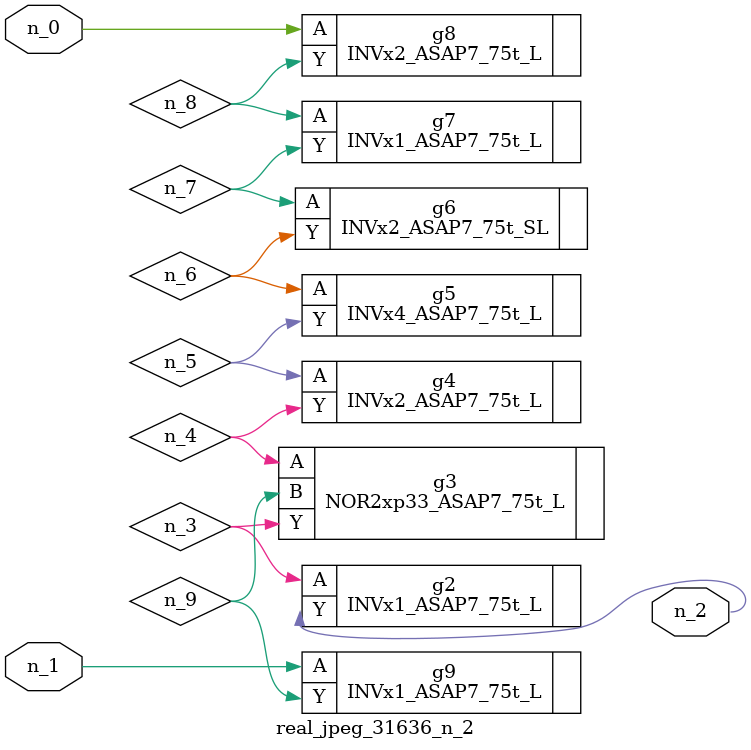
<source format=v>
module real_jpeg_31636_n_2 (n_1, n_0, n_2);

input n_1;
input n_0;

output n_2;

wire n_5;
wire n_4;
wire n_8;
wire n_6;
wire n_7;
wire n_3;
wire n_9;

INVx2_ASAP7_75t_L g8 ( 
.A(n_0),
.Y(n_8)
);

INVx1_ASAP7_75t_L g9 ( 
.A(n_1),
.Y(n_9)
);

INVx1_ASAP7_75t_L g2 ( 
.A(n_3),
.Y(n_2)
);

NOR2xp33_ASAP7_75t_L g3 ( 
.A(n_4),
.B(n_9),
.Y(n_3)
);

INVx2_ASAP7_75t_L g4 ( 
.A(n_5),
.Y(n_4)
);

INVx4_ASAP7_75t_L g5 ( 
.A(n_6),
.Y(n_5)
);

INVx2_ASAP7_75t_SL g6 ( 
.A(n_7),
.Y(n_6)
);

INVx1_ASAP7_75t_L g7 ( 
.A(n_8),
.Y(n_7)
);


endmodule
</source>
